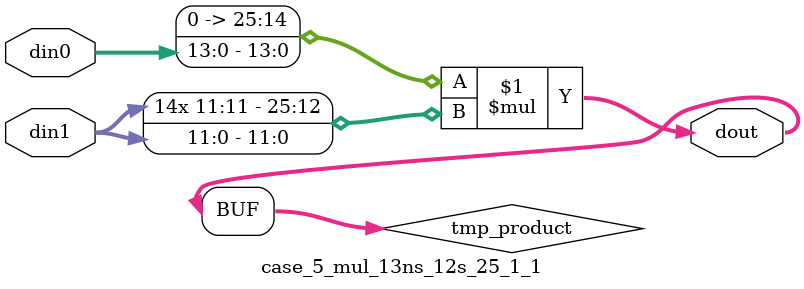
<source format=v>

`timescale 1 ns / 1 ps

 (* use_dsp = "no" *)  module case_5_mul_13ns_12s_25_1_1(din0, din1, dout);
parameter ID = 1;
parameter NUM_STAGE = 0;
parameter din0_WIDTH = 14;
parameter din1_WIDTH = 12;
parameter dout_WIDTH = 26;

input [din0_WIDTH - 1 : 0] din0; 
input [din1_WIDTH - 1 : 0] din1; 
output [dout_WIDTH - 1 : 0] dout;

wire signed [dout_WIDTH - 1 : 0] tmp_product;

























assign tmp_product = $signed({1'b0, din0}) * $signed(din1);










assign dout = tmp_product;





















endmodule

</source>
